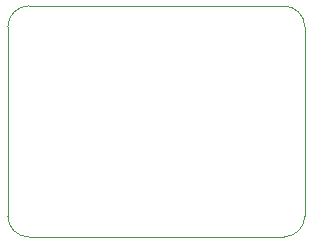
<source format=gbr>
%TF.GenerationSoftware,KiCad,Pcbnew,5.1.10*%
%TF.CreationDate,2021-06-29T17:09:25+12:00*%
%TF.ProjectId,USBCereal,55534243-6572-4656-916c-2e6b69636164,rev?*%
%TF.SameCoordinates,Original*%
%TF.FileFunction,Profile,NP*%
%FSLAX46Y46*%
G04 Gerber Fmt 4.6, Leading zero omitted, Abs format (unit mm)*
G04 Created by KiCad (PCBNEW 5.1.10) date 2021-06-29 17:09:25*
%MOMM*%
%LPD*%
G01*
G04 APERTURE LIST*
%TA.AperFunction,Profile*%
%ADD10C,0.050000*%
%TD*%
G04 APERTURE END LIST*
D10*
X46228000Y-35052000D02*
G75*
G02*
X44450000Y-36830000I-1778000J0D01*
G01*
X44450000Y-17272000D02*
G75*
G02*
X46228000Y-19050000I0J-1778000D01*
G01*
X21082000Y-19050000D02*
G75*
G02*
X22860000Y-17272000I1778000J0D01*
G01*
X22860000Y-36830000D02*
G75*
G02*
X21082000Y-35052000I0J1778000D01*
G01*
X44450000Y-36830000D02*
X22860000Y-36830000D01*
X46228000Y-19050000D02*
X46228000Y-35052000D01*
X22860000Y-17272000D02*
X44450000Y-17272000D01*
X21082000Y-35052000D02*
X21082000Y-19050000D01*
M02*

</source>
